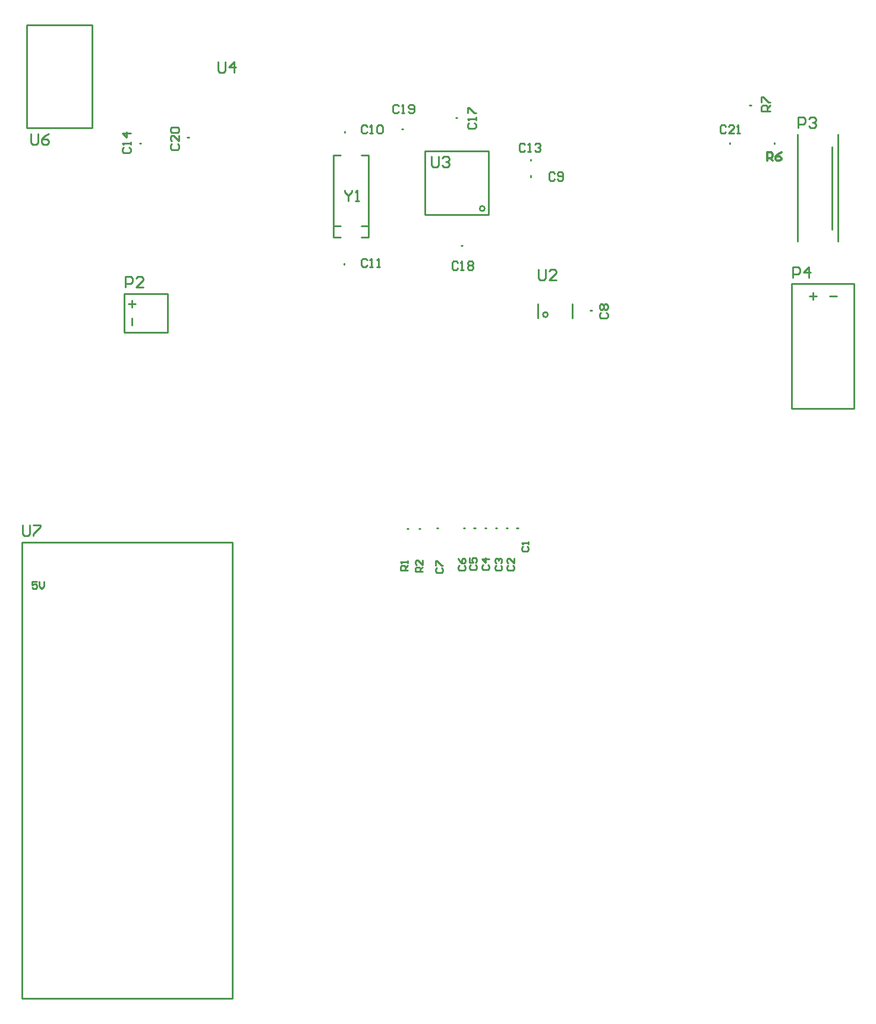
<source format=gto>
%FSLAX44Y44*%
%MOMM*%
G71*
G01*
G75*
G04 Layer_Color=65535*
%ADD10R,1.0000X1.0000*%
%ADD11R,1.0000X1.0000*%
%ADD12R,0.5500X1.5000*%
%ADD13R,1.5000X0.5500*%
%ADD14R,2.0000X5.5000*%
%ADD15R,0.7600X1.7800*%
%ADD16R,0.7200X1.7800*%
%ADD17R,4.3000X2.6000*%
%ADD18R,5.7000X5.5000*%
%ADD19C,0.5000*%
%ADD20C,0.3000*%
%ADD21C,2.0000*%
%ADD22C,0.9000*%
%ADD23C,1.4000*%
%ADD24C,0.5400*%
%ADD25C,0.2540*%
%ADD26C,1.0000*%
%ADD27C,0.4000*%
%ADD28C,1.8000*%
%ADD29C,0.9000*%
%ADD30C,1.3000*%
%ADD31C,1.7000*%
%ADD32C,3.0000*%
%ADD33C,1.2700*%
%ADD34C,1.0000*%
%ADD35R,1.0000X1.4000*%
D20*
X1112000Y1243000D02*
Y1254996D01*
X1117998D01*
X1119997Y1252997D01*
Y1248998D01*
X1117998Y1246999D01*
X1112000D01*
X1115999D02*
X1119997Y1243000D01*
X1131993Y1254996D02*
X1127995Y1252997D01*
X1123996Y1248998D01*
Y1244999D01*
X1125995Y1243000D01*
X1129994D01*
X1131993Y1244999D01*
Y1246999D01*
X1129994Y1248998D01*
X1123996D01*
D25*
X709606Y1175000D02*
G03*
X709606Y1175000I-3606J0D01*
G01*
X799605Y1024000D02*
G03*
X799605Y1024000I-3606J0D01*
G01*
X1213000Y1128300D02*
Y1280700D01*
X1155000Y1128300D02*
Y1280700D01*
X1204000Y1145000D02*
Y1263000D01*
X860000Y1030000D02*
X862000D01*
X668000Y1304000D02*
X670000D01*
X1059000Y1267000D02*
Y1269000D01*
X1122000Y1267000D02*
Y1269000D01*
X1087000Y1322000D02*
X1089000D01*
X641000Y720000D02*
X643000D01*
X755000D02*
X757000D01*
X740000D02*
X742000D01*
X725000D02*
X727000D01*
X710000D02*
X712000D01*
X694000D02*
X696000D01*
X679000D02*
X681000D01*
X616000Y719000D02*
X618000D01*
X599000D02*
X601000D01*
X775000Y1243000D02*
Y1245000D01*
Y1220000D02*
Y1222000D01*
X510000Y1283000D02*
Y1285000D01*
X509000Y1095000D02*
Y1097000D01*
X286000Y1276000D02*
X288000D01*
X218000Y1268000D02*
X220000D01*
X714630Y1166370D02*
Y1256870D01*
X624130Y1166370D02*
X714630D01*
X624130D02*
Y1256870D01*
X714630D01*
X534000Y1134000D02*
X544000D01*
Y1251000D01*
X534000D02*
X544000D01*
X494000Y1134000D02*
X504000D01*
X494000D02*
Y1251000D01*
X504000D01*
X494000Y1150000D02*
X504000D01*
X534000D02*
X544000D01*
X591000Y1288000D02*
X593000D01*
X676000Y1122000D02*
X678000D01*
X1147000Y890000D02*
Y1067800D01*
X1235900D01*
X1147000Y890000D02*
X1235900D01*
Y1067800D01*
X50000Y50000D02*
X350000D01*
X50000D02*
Y700000D01*
X350000D01*
Y50000D02*
Y700000D01*
X785000Y1019000D02*
Y1039000D01*
X834000Y1019000D02*
Y1039000D01*
X196000Y1054000D02*
X258000D01*
X196000Y998600D02*
X258000D01*
Y1054000D01*
X196000Y998600D02*
Y1054000D01*
X57000Y1290000D02*
X150000D01*
Y1436000D01*
X57000D02*
X150000D01*
X57000Y1290000D02*
Y1436000D01*
X1156214Y1289714D02*
Y1304949D01*
X1163832D01*
X1166371Y1302410D01*
Y1297332D01*
X1163832Y1294792D01*
X1156214D01*
X1171449Y1302410D02*
X1173988Y1304949D01*
X1179067D01*
X1181606Y1302410D01*
Y1299871D01*
X1179067Y1297332D01*
X1176527D01*
X1179067D01*
X1181606Y1294792D01*
Y1292253D01*
X1179067Y1289714D01*
X1173988D01*
X1171449Y1292253D01*
X510000Y1201235D02*
Y1198696D01*
X515078Y1193617D01*
X520157Y1198696D01*
Y1201235D01*
X515078Y1193617D02*
Y1186000D01*
X525235D02*
X530313D01*
X527774D01*
Y1201235D01*
X525235Y1198696D01*
X51308Y724149D02*
Y711453D01*
X53847Y708914D01*
X58926D01*
X61465Y711453D01*
Y724149D01*
X66543D02*
X76700D01*
Y721610D01*
X66543Y711453D01*
Y708914D01*
X63000Y1281235D02*
Y1268539D01*
X65539Y1266000D01*
X70617D01*
X73157Y1268539D01*
Y1281235D01*
X88392D02*
X83313Y1278696D01*
X78235Y1273617D01*
Y1268539D01*
X80774Y1266000D01*
X85853D01*
X88392Y1268539D01*
Y1271078D01*
X85853Y1273617D01*
X78235D01*
X330000Y1384235D02*
Y1371539D01*
X332539Y1369000D01*
X337617D01*
X340157Y1371539D01*
Y1384235D01*
X352853Y1369000D02*
Y1384235D01*
X345235Y1376617D01*
X355392D01*
X634000Y1249235D02*
Y1236539D01*
X636539Y1234000D01*
X641618D01*
X644157Y1236539D01*
Y1249235D01*
X649235Y1246696D02*
X651774Y1249235D01*
X656853D01*
X659392Y1246696D01*
Y1244157D01*
X656853Y1241618D01*
X654313D01*
X656853D01*
X659392Y1239078D01*
Y1236539D01*
X656853Y1234000D01*
X651774D01*
X649235Y1236539D01*
X786317Y1088624D02*
Y1075928D01*
X788856Y1073389D01*
X793934D01*
X796474Y1075928D01*
Y1088624D01*
X811709Y1073389D02*
X801552D01*
X811709Y1083546D01*
Y1086085D01*
X809170Y1088624D01*
X804091D01*
X801552Y1086085D01*
X1116000Y1314000D02*
X1104004D01*
Y1319998D01*
X1106003Y1321997D01*
X1110002D01*
X1112001Y1319998D01*
Y1314000D01*
Y1317999D02*
X1116000Y1321997D01*
X1104004Y1325996D02*
Y1333994D01*
X1106003D01*
X1114001Y1325996D01*
X1116000D01*
X621000Y658000D02*
X611003D01*
Y662998D01*
X612669Y664665D01*
X616002D01*
X617668Y662998D01*
Y658000D01*
Y661332D02*
X621000Y664665D01*
Y674661D02*
Y667997D01*
X614336Y674661D01*
X612669D01*
X611003Y672995D01*
Y669663D01*
X612669Y667997D01*
X600000Y660000D02*
X590003D01*
Y664998D01*
X591669Y666665D01*
X595002D01*
X596668Y664998D01*
Y660000D01*
Y663332D02*
X600000Y666665D01*
Y669997D02*
Y673329D01*
Y671663D01*
X590003D01*
X591669Y669997D01*
X1148143Y1076563D02*
Y1091798D01*
X1155760D01*
X1158300Y1089259D01*
Y1084181D01*
X1155760Y1081641D01*
X1148143D01*
X1170996Y1076563D02*
Y1091798D01*
X1163378Y1084181D01*
X1173535D01*
X197390Y1062960D02*
Y1078195D01*
X205008D01*
X207547Y1075656D01*
Y1070578D01*
X205008Y1068038D01*
X197390D01*
X222782Y1062960D02*
X212625D01*
X222782Y1073117D01*
Y1075656D01*
X220243Y1078195D01*
X215164D01*
X212625Y1075656D01*
X1052997Y1291997D02*
X1050998Y1293996D01*
X1046999D01*
X1045000Y1291997D01*
Y1283999D01*
X1046999Y1282000D01*
X1050998D01*
X1052997Y1283999D01*
X1064994Y1282000D02*
X1056996D01*
X1064994Y1289997D01*
Y1291997D01*
X1062994Y1293996D01*
X1058996D01*
X1056996Y1291997D01*
X1068992Y1282000D02*
X1072991D01*
X1070992D01*
Y1293996D01*
X1068992Y1291997D01*
X264003Y1266997D02*
X262004Y1264998D01*
Y1260999D01*
X264003Y1259000D01*
X272001D01*
X274000Y1260999D01*
Y1264998D01*
X272001Y1266997D01*
X274000Y1278994D02*
Y1270996D01*
X266003Y1278994D01*
X264003D01*
X262004Y1276994D01*
Y1272996D01*
X264003Y1270996D01*
Y1282992D02*
X262004Y1284992D01*
Y1288990D01*
X264003Y1290990D01*
X272001D01*
X274000Y1288990D01*
Y1284992D01*
X272001Y1282992D01*
X264003D01*
X586997Y1320997D02*
X584998Y1322996D01*
X580999D01*
X579000Y1320997D01*
Y1312999D01*
X580999Y1311000D01*
X584998D01*
X586997Y1312999D01*
X590996Y1311000D02*
X594995D01*
X592995D01*
Y1322996D01*
X590996Y1320997D01*
X600993Y1312999D02*
X602992Y1311000D01*
X606991D01*
X608990Y1312999D01*
Y1320997D01*
X606991Y1322996D01*
X602992D01*
X600993Y1320997D01*
Y1318997D01*
X602992Y1316998D01*
X608990D01*
X670997Y1097997D02*
X668998Y1099996D01*
X664999D01*
X663000Y1097997D01*
Y1089999D01*
X664999Y1088000D01*
X668998D01*
X670997Y1089999D01*
X674996Y1088000D02*
X678995D01*
X676995D01*
Y1099996D01*
X674996Y1097997D01*
X684993D02*
X686992Y1099996D01*
X690991D01*
X692990Y1097997D01*
Y1095997D01*
X690991Y1093998D01*
X692990Y1091999D01*
Y1089999D01*
X690991Y1088000D01*
X686992D01*
X684993Y1089999D01*
Y1091999D01*
X686992Y1093998D01*
X684993Y1095997D01*
Y1097997D01*
X686992Y1093998D02*
X690991D01*
X687003Y1296997D02*
X685004Y1294998D01*
Y1290999D01*
X687003Y1289000D01*
X695001D01*
X697000Y1290999D01*
Y1294998D01*
X695001Y1296997D01*
X697000Y1300996D02*
Y1304995D01*
Y1302995D01*
X685004D01*
X687003Y1300996D01*
X685004Y1310993D02*
Y1318990D01*
X687003D01*
X695001Y1310993D01*
X697000D01*
X195003Y1261997D02*
X193004Y1259998D01*
Y1255999D01*
X195003Y1254000D01*
X203001D01*
X205000Y1255999D01*
Y1259998D01*
X203001Y1261997D01*
X205000Y1265996D02*
Y1269995D01*
Y1267996D01*
X193004D01*
X195003Y1265996D01*
X205000Y1281991D02*
X193004D01*
X199002Y1275993D01*
Y1283990D01*
X766997Y1265997D02*
X764998Y1267996D01*
X760999D01*
X759000Y1265997D01*
Y1257999D01*
X760999Y1256000D01*
X764998D01*
X766997Y1257999D01*
X770996Y1256000D02*
X774995D01*
X772996D01*
Y1267996D01*
X770996Y1265997D01*
X780993D02*
X782992Y1267996D01*
X786991D01*
X788990Y1265997D01*
Y1263997D01*
X786991Y1261998D01*
X784992D01*
X786991D01*
X788990Y1259999D01*
Y1257999D01*
X786991Y1256000D01*
X782992D01*
X780993Y1257999D01*
X541997Y1101997D02*
X539998Y1103996D01*
X535999D01*
X534000Y1101997D01*
Y1093999D01*
X535999Y1092000D01*
X539998D01*
X541997Y1093999D01*
X545996Y1092000D02*
X549995D01*
X547995D01*
Y1103996D01*
X545996Y1101997D01*
X555993Y1092000D02*
X559992D01*
X557992D01*
Y1103996D01*
X555993Y1101997D01*
X541997Y1291997D02*
X539998Y1293996D01*
X535999D01*
X534000Y1291997D01*
Y1283999D01*
X535999Y1282000D01*
X539998D01*
X541997Y1283999D01*
X545996Y1282000D02*
X549995D01*
X547995D01*
Y1293996D01*
X545996Y1291997D01*
X555993D02*
X557992Y1293996D01*
X561991D01*
X563990Y1291997D01*
Y1283999D01*
X561991Y1282000D01*
X557992D01*
X555993Y1283999D01*
Y1291997D01*
X808997Y1224997D02*
X806998Y1226996D01*
X802999D01*
X801000Y1224997D01*
Y1216999D01*
X802999Y1215000D01*
X806998D01*
X808997Y1216999D01*
X812996D02*
X814995Y1215000D01*
X818994D01*
X820993Y1216999D01*
Y1224997D01*
X818994Y1226996D01*
X814995D01*
X812996Y1224997D01*
Y1222997D01*
X814995Y1220998D01*
X820993D01*
X875003Y1026997D02*
X873004Y1024998D01*
Y1020999D01*
X875003Y1019000D01*
X883001D01*
X885000Y1020999D01*
Y1024998D01*
X883001Y1026997D01*
X875003Y1030996D02*
X873004Y1032996D01*
Y1036994D01*
X875003Y1038994D01*
X877003D01*
X879002Y1036994D01*
X881001Y1038994D01*
X883001D01*
X885000Y1036994D01*
Y1032996D01*
X883001Y1030996D01*
X881001D01*
X879002Y1032996D01*
X877003Y1030996D01*
X875003D01*
X879002Y1032996D02*
Y1036994D01*
X641669Y663664D02*
X640003Y661998D01*
Y658666D01*
X641669Y657000D01*
X648334D01*
X650000Y658666D01*
Y661998D01*
X648334Y663664D01*
X640003Y666997D02*
Y673661D01*
X641669D01*
X648334Y666997D01*
X650000D01*
X673669Y666665D02*
X672003Y664998D01*
Y661666D01*
X673669Y660000D01*
X680334D01*
X682000Y661666D01*
Y664998D01*
X680334Y666665D01*
X672003Y676661D02*
X673669Y673329D01*
X677002Y669997D01*
X680334D01*
X682000Y671663D01*
Y674995D01*
X680334Y676661D01*
X678668D01*
X677002Y674995D01*
Y669997D01*
X689669Y667664D02*
X688003Y665998D01*
Y662666D01*
X689669Y661000D01*
X696334D01*
X698000Y662666D01*
Y665998D01*
X696334Y667664D01*
X688003Y677661D02*
Y670997D01*
X693002D01*
X691336Y674329D01*
Y675995D01*
X693002Y677661D01*
X696334D01*
X698000Y675995D01*
Y672663D01*
X696334Y670997D01*
X707669Y667664D02*
X706003Y665998D01*
Y662666D01*
X707669Y661000D01*
X714334D01*
X716000Y662666D01*
Y665998D01*
X714334Y667664D01*
X716000Y675995D02*
X706003D01*
X711002Y670997D01*
Y677661D01*
X725669Y666665D02*
X724003Y664998D01*
Y661666D01*
X725669Y660000D01*
X732334D01*
X734000Y661666D01*
Y664998D01*
X732334Y666665D01*
X725669Y669997D02*
X724003Y671663D01*
Y674995D01*
X725669Y676661D01*
X727336D01*
X729002Y674995D01*
Y673329D01*
Y674995D01*
X730668Y676661D01*
X732334D01*
X734000Y674995D01*
Y671663D01*
X732334Y669997D01*
X742669Y666665D02*
X741003Y664998D01*
Y661666D01*
X742669Y660000D01*
X749334D01*
X751000Y661666D01*
Y664998D01*
X749334Y666665D01*
X751000Y676661D02*
Y669997D01*
X744335Y676661D01*
X742669D01*
X741003Y674995D01*
Y671663D01*
X742669Y669997D01*
X763669Y693664D02*
X762003Y691998D01*
Y688666D01*
X763669Y687000D01*
X770334D01*
X772000Y688666D01*
Y691998D01*
X770334Y693664D01*
X772000Y696997D02*
Y700329D01*
Y698663D01*
X762003D01*
X763669Y696997D01*
X1201000Y1050618D02*
X1211157D01*
X1172000D02*
X1182157D01*
X1177078Y1055696D02*
Y1045539D01*
X71665Y643997D02*
X65000D01*
Y638998D01*
X68332Y640665D01*
X69998D01*
X71665Y638998D01*
Y635666D01*
X69998Y634000D01*
X66666D01*
X65000Y635666D01*
X74997Y643997D02*
Y637332D01*
X78329Y634000D01*
X81661Y637332D01*
Y643997D01*
X206618Y1044000D02*
Y1033843D01*
X211696Y1038922D02*
X201539D01*
X206618Y1019000D02*
Y1008843D01*
M02*

</source>
